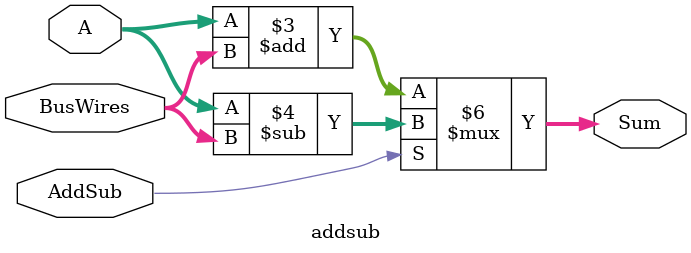
<source format=v>


module addsub
#(parameter DATAWIDTH = 6)
(
	input 					   AddSub,
	input      [DATAWIDTH-1:0] A,
	input 	   [DATAWIDTH-1:0] BusWires,

	output reg [DATAWIDTH-1:0] Sum
);

	always@(*) begin
		if(!AddSub)
			Sum = A + BusWires;
		else
			Sum = A - BusWires;
	end

endmodule //end of addsub

</source>
